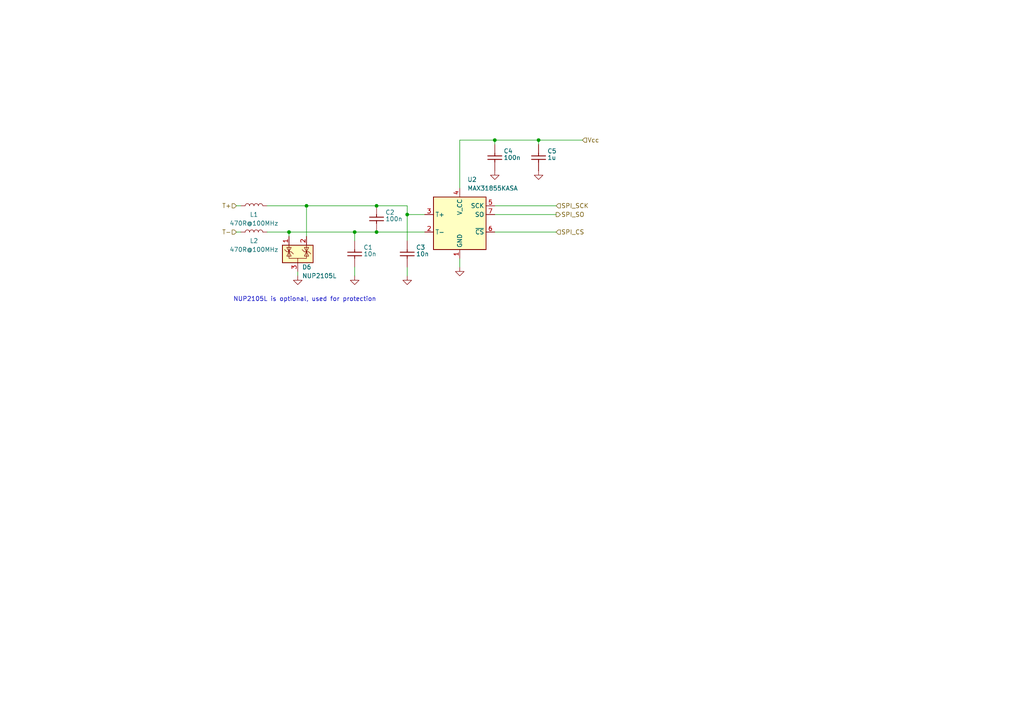
<source format=kicad_sch>
(kicad_sch (version 20231120) (generator "eeschema") (generator_version "8.0")
  (paper "A4")
  (lib_symbols
    (symbol "Device:L" (pin_numbers hide) (pin_names (offset 1.016) hide)
      (property "Reference" "L" (at -1.27 0 90))
      (property "Value" "L" (at 1.905 0 90))
      (symbol "L_0_1"
        (arc (start 0 -2.54) (mid 0.6323 -1.905) (end 0 -1.27))
        (arc (start 0 -1.27) (mid 0.6323 -0.635) (end 0 0))
        (arc (start 0 0) (mid 0.6323 0.635) (end 0 1.27))
        (arc (start 0 1.27) (mid 0.6323 1.905) (end 0 2.54))
      )
      (symbol "L_1_1"
        (pin passive line (at 0 3.81 270) (length 1.27) (name "1") (number "1"))
        (pin passive line (at 0 -3.81 90) (length 1.27) (name "2") (number "2"))
      )
    )
    (symbol "MAX31855KASA_1"
      (property "Reference" "U" (at -7.62 8.89 0))
      (property "Value" "MAX31855KASA" (at 1.27 8.89 0))
      (symbol "MAX31855KASA_1_0_1"
        (rectangle (start -7.62 7.62) (end 7.62 -7.62) (stroke (width 0.254)) (fill (type background)))
      )
      (symbol "MAX31855KASA_1_1_1"
        (pin power_in line (at 0 -10.16 90) (length 2.54) (name "GND") (number "1"))
        (pin passive line (at -10.16 -2.54 0) (length 2.54) (name "T-") (number "2"))
        (pin passive line (at -10.16 2.54 0) (length 2.54) (name "T+") (number "3"))
        (pin power_in line (at 0 10.16 270) (length 2.54) (name "V_CC") (number "4"))
        (pin input line (at 10.16 5.08 180) (length 2.54) (name "SCK") (number "5"))
        (pin input line (at 10.16 -2.54 180) (length 2.54) (name "~{CS}") (number "6"))
        (pin tri_state line (at 10.16 2.54 180) (length 2.54) (name "SO") (number "7"))
      )
    )
    (symbol "Power_Protection:NUP2105L" (pin_names hide)
      (property "Reference" "D" (at 5.715 2.54 0))
      (property "Value" "NUP2105L" (at 5.715 0.635 0))
      (symbol "NUP2105L_0_0"
        (pin passive line (at 0 -5.08 90) (length 2.54) (name "A") (number "3"))
      )
      (symbol "NUP2105L_0_1"
        (rectangle (start -4.445 2.54) (end 4.445 -2.54) (stroke (width 0.254)) (fill (type background)))
        (polyline (pts (xy -2.54 2.54) (xy -2.54 0.635)))
        (polyline (pts (xy 0 -1.27) (xy 0 -2.54)))
        (polyline (pts (xy 2.54 2.54) (xy 2.54 0.635)))
        (polyline (pts (xy -3.81 1.27) (xy -3.175 0.635) (xy -1.905 0.635) (xy -1.27 0)))
        (polyline (pts (xy -2.54 0.635) (xy -2.54 -1.27) (xy 2.54 -1.27) (xy 2.54 0.635)))
        (polyline (pts (xy -2.54 0.635) (xy -1.905 -0.635) (xy -3.175 -0.635) (xy -2.54 0.635)))
        (polyline (pts (xy 2.54 0.635) (xy 1.905 -0.635) (xy 3.175 -0.635) (xy 2.54 0.635)))
        (polyline (pts (xy 2.54 0.635) (xy 3.175 1.905) (xy 1.905 1.905) (xy 2.54 0.635)))
        (polyline (pts (xy -2.54 0.635) (xy -3.175 1.905) (xy -1.905 1.905) (xy -2.54 0.635) (xy -2.54 1.27)))
        (polyline (pts (xy 1.27 1.27) (xy 1.905 0.635) (xy 2.54 0.635) (xy 3.175 0.635) (xy 3.81 0)))
      )
      (symbol "NUP2105L_1_1"
        (pin passive line (at -2.54 5.08 270) (length 2.54) (name "K") (number "1"))
        (pin passive line (at 2.54 5.08 270) (length 2.54) (name "K") (number "2"))
      )
    )
    (symbol "hellen-one-common:Cap" (pin_numbers hide)
      (property "Reference" "C" (at -3.81 2.54 0))
      (property "Value" "Cap" (at -2.54 -1.27 0))
      (symbol "Cap_1_0"
        (polyline (pts (xy -1.27 0) (xy -0.508 0)) (stroke (width 0.254)))
        (polyline (pts (xy -0.508 -2.032) (xy -0.508 2.032)) (stroke (width 0.254)))
        (polyline (pts (xy 0.508 2.032) (xy 0.508 -2.032)) (stroke (width 0.254)))
        (polyline (pts (xy 1.27 0) (xy 0.508 0)) (stroke (width 0.254)))
        (pin passive line (at -3.81 0 0) (length 2.54) (name "") (number "1"))
        (pin passive line (at 3.81 0 180) (length 2.54) (name "") (number "2"))
      )
    )
    (symbol "power:GND" (power) (pin_numbers hide) (pin_names (offset 0) hide)
      (property "Value" "GND" (at 0 -3.81 0))
      (symbol "GND_0_1"
        (polyline (pts (xy 0 0) (xy 0 -1.27) (xy 1.27 -1.27) (xy 0 -2.54) (xy -1.27 -1.27) (xy 0 -1.27)))
      )
      (symbol "GND_1_1"
        (pin power_in line (at 0 0 270) (length 0) (name "~") (number "1"))
      )
    )
  )
  (junction (at 109.22 67.31))
  (junction (at 83.82 67.31))
  (junction (at 109.22 59.69))
  (junction (at 118.11 62.23))
  (junction (at 143.51 40.64))
  (junction (at 156.21 40.64))
  (junction (at 102.87 67.31))
  (junction (at 88.9 59.69))
  (wire (pts (xy 109.22 59.69) (xy 118.11 59.69)))
  (wire (pts (xy 68.58 67.31) (xy 69.85 67.31)))
  (wire (pts (xy 156.21 40.64) (xy 156.21 41.91)))
  (wire (pts (xy 118.11 62.23) (xy 123.19 62.23)))
  (wire (pts (xy 133.35 40.64) (xy 143.51 40.64)))
  (wire (pts (xy 102.87 67.31) (xy 102.87 69.85)))
  (wire (pts (xy 88.9 59.69) (xy 109.22 59.69)))
  (wire (pts (xy 133.35 54.61) (xy 133.35 40.64)))
  (wire (pts (xy 133.35 74.93) (xy 133.35 77.47)))
  (wire (pts (xy 77.47 59.69) (xy 88.9 59.69)))
  (wire (pts (xy 102.87 67.31) (xy 109.22 67.31)))
  (wire (pts (xy 88.9 59.69) (xy 88.9 68.58)))
  (wire (pts (xy 77.47 67.31) (xy 83.82 67.31)))
  (wire (pts (xy 118.11 59.69) (xy 118.11 62.23)))
  (wire (pts (xy 143.51 59.69) (xy 161.29 59.69)))
  (wire (pts (xy 83.82 67.31) (xy 83.82 68.58)))
  (wire (pts (xy 118.11 62.23) (xy 118.11 69.85)))
  (wire (pts (xy 143.51 40.64) (xy 143.51 41.91)))
  (wire (pts (xy 102.87 77.47) (xy 102.87 80.01)))
  (wire (pts (xy 143.51 67.31) (xy 161.29 67.31)))
  (wire (pts (xy 68.58 59.69) (xy 69.85 59.69)))
  (wire (pts (xy 83.82 67.31) (xy 102.87 67.31)))
  (wire (pts (xy 143.51 62.23) (xy 161.29 62.23)))
  (wire (pts (xy 156.21 40.64) (xy 168.91 40.64)))
  (wire (pts (xy 109.22 67.31) (xy 123.19 67.31)))
  (wire (pts (xy 86.36 80.01) (xy 86.36 78.74)))
  (wire (pts (xy 118.11 77.47) (xy 118.11 80.01)))
  (wire (pts (xy 143.51 40.64) (xy 156.21 40.64)))
  (text "NUP2105L is optional, used for protection" (at 88.392 86.868 0) (effects (font (size 1.27 1.27))))
  (hierarchical_label "SPI_CS" (shape input) (at 161.29 67.31 0))
  (hierarchical_label "T-" (shape input) (at 68.58 67.31 180))
  (hierarchical_label "SPI_SO" (shape output) (at 161.29 62.23 0))
  (hierarchical_label "SPI_SCK" (shape input) (at 161.29 59.69 0))
  (hierarchical_label "T+" (shape input) (at 68.58 59.69 180))
  (hierarchical_label "Vcc" (shape input) (at 168.91 40.64 0))
  (symbol (lib_id "hellen-one-common:Cap") (at 102.87 73.66 90) (unit 1)
    (property "Reference" "C1" (at 105.41 71.755 90) (effects (justify right)))
    (property "Value" "10n" (at 105.41 73.66 90) (effects (justify right)))
    (property "Footprint" "hellen-one-common:C0603" (effects (hide yes)))
    (property "LCSC" "C57112" (effects (hide yes)))
  )
  (symbol (lib_id "power:GND") (at 143.51 49.53 0) (unit 1)
    (property "Reference" "#PWR057" (effects (hide yes)))
    (property "Value" "GND" (effects (hide yes)))
    (property "Description" "Power symbol creates a global label with name \"GND\" , ground" (effects (hide yes)))
  )
  (symbol (lib_id "Device:L") (at 73.66 59.69 90) (unit 1)
    (property "Reference" "L1" (at 73.66 62.23 90))
    (property "Value" "470R@100MHz" (at 73.66 64.77 90))
    (property "Footprint" "Inductor_SMD:L_0603_1608Metric" (effects (hide yes)))
    (property "LCSC" "C97853" (effects (hide yes)))
  )
  (symbol (lib_id "hellen-one-common:Cap") (at 109.22 63.5 90) (unit 1)
    (property "Reference" "C2" (at 111.76 61.595 90) (effects (justify right)))
    (property "Value" "100n" (at 111.76 63.5 90) (effects (justify right)))
    (property "Footprint" "hellen-one-common:C0603" (effects (hide yes)))
    (property "LCSC" "C14663" (effects (hide yes)))
  )
  (symbol (lib_name "MAX31855KASA_1") (lib_id "Sensor_Temperature:MAX31855KASA") (at 133.35 64.77 0) (unit 1)
    (property "Reference" "U2" (at 135.5441 52.07 0) (effects (justify left)))
    (property "Value" "MAX31855KASA" (at 135.5441 54.61 0) (effects (justify left)))
    (property "Footprint" "Package_SO:SOIC-8_3.9x4.9mm_P1.27mm" (effects (hide yes)))
    (property "Datasheet" "http://datasheets.maximintegrated.com/en/ds/MAX31855.pdf" (effects (hide yes)))
    (property "LCSC" "C52028" (effects (hide yes)))
  )
  (symbol (lib_id "Power_Protection:NUP2105L") (at 86.36 73.66 0) (unit 1)
    (property "Reference" "D6" (at 87.63 77.47 0) (effects (justify left)))
    (property "Value" "NUP2105L" (at 87.63 80.01 0) (effects (justify left)))
    (property "Footprint" "Package_TO_SOT_SMD:SOT-23" (effects (hide yes)))
    (property "Datasheet" "http://www.onsemi.com/pub_link/Collateral/NUP2105L-D.PDF" (effects (hide yes)))
    (property "LCSC" "C284104" (effects (hide yes)))
  )
  (symbol (lib_id "Device:L") (at 73.66 67.31 90) (unit 1)
    (property "Reference" "L2" (at 73.66 69.85 90))
    (property "Value" "470R@100MHz" (at 73.66 72.39 90))
    (property "Footprint" "Inductor_SMD:L_0603_1608Metric" (effects (hide yes)))
    (property "LCSC" "C97853" (effects (hide yes)))
  )
  (symbol (lib_id "hellen-one-common:Cap") (at 143.51 45.72 90) (unit 1)
    (property "Reference" "C4" (at 146.05 43.815 90) (effects (justify right)))
    (property "Value" "100n" (at 146.05 45.72 90) (effects (justify right)))
    (property "Footprint" "hellen-one-common:C0603" (effects (hide yes)))
    (property "LCSC" "C14663" (effects (hide yes)))
  )
  (symbol (lib_id "power:GND") (at 133.35 77.47 0) (unit 1)
    (property "Reference" "#PWR056" (effects (hide yes)))
    (property "Value" "GND" (effects (hide yes)))
    (property "Description" "Power symbol creates a global label with name \"GND\" , ground" (effects (hide yes)))
  )
  (symbol (lib_id "power:GND") (at 86.36 80.01 0) (unit 1)
    (property "Reference" "#PWR053" (effects (hide yes)))
    (property "Value" "GND" (effects (hide yes)))
    (property "Description" "Power symbol creates a global label with name \"GND\" , ground" (effects (hide yes)))
  )
  (symbol (lib_id "hellen-one-common:Cap") (at 118.11 73.66 90) (unit 1)
    (property "Reference" "C3" (at 120.65 71.755 90) (effects (justify right)))
    (property "Value" "10n" (at 120.65 73.66 90) (effects (justify right)))
    (property "Footprint" "hellen-one-common:C0603" (effects (hide yes)))
    (property "LCSC" "C57112" (effects (hide yes)))
  )
  (symbol (lib_id "power:GND") (at 102.87 80.01 0) (unit 1)
    (property "Reference" "#PWR054" (effects (hide yes)))
    (property "Value" "GND" (effects (hide yes)))
    (property "Description" "Power symbol creates a global label with name \"GND\" , ground" (effects (hide yes)))
  )
  (symbol (lib_id "hellen-one-common:Cap") (at 156.21 45.72 90) (unit 1)
    (property "Reference" "C5" (at 158.75 43.815 90) (effects (justify right)))
    (property "Value" "1u" (at 158.75 45.72 90) (effects (justify right)))
    (property "Footprint" "hellen-one-common:C0603" (effects (hide yes)))
    (property "LCSC" "C15849" (effects (hide yes)))
  )
  (symbol (lib_id "power:GND") (at 118.11 80.01 0) (unit 1)
    (property "Reference" "#PWR055" (effects (hide yes)))
    (property "Value" "GND" (effects (hide yes)))
    (property "Description" "Power symbol creates a global label with name \"GND\" , ground" (effects (hide yes)))
  )
  (symbol (lib_id "power:GND") (at 156.21 49.53 0) (unit 1)
    (property "Reference" "#PWR058" (effects (hide yes)))
    (property "Value" "GND" (effects (hide yes)))
    (property "Description" "Power symbol creates a global label with name \"GND\" , ground" (effects (hide yes)))
  )
)
</source>
